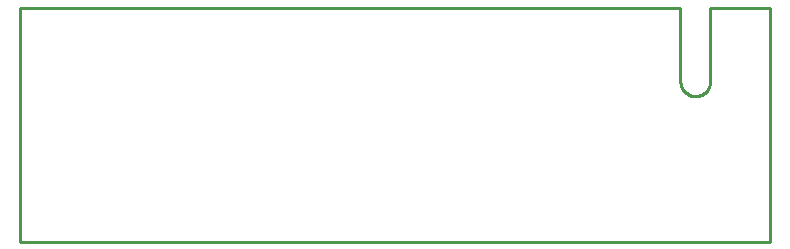
<source format=gko>
G04 EAGLE Gerber RS-274X export*
G75*
%MOMM*%
%FSLAX34Y34*%
%LPD*%
%INBoard Outline*%
%IPPOS*%
%AMOC8*
5,1,8,0,0,1.08239X$1,22.5*%
G01*
%ADD10C,0.152400*%
%ADD11C,0.254000*%


D10*
X0Y67310D02*
X635000Y67310D01*
X635000Y265430D01*
X584200Y265430D01*
X584200Y203200D01*
X584196Y202893D01*
X584185Y202586D01*
X584167Y202280D01*
X584141Y201974D01*
X584107Y201669D01*
X584067Y201365D01*
X584019Y201062D01*
X583963Y200760D01*
X583901Y200460D01*
X583831Y200161D01*
X583754Y199864D01*
X583670Y199568D01*
X583578Y199275D01*
X583480Y198985D01*
X583375Y198697D01*
X583262Y198411D01*
X583143Y198128D01*
X583017Y197848D01*
X582885Y197571D01*
X582745Y197298D01*
X582599Y197028D01*
X582447Y196762D01*
X582288Y196499D01*
X582123Y196240D01*
X581952Y195986D01*
X581775Y195735D01*
X581591Y195489D01*
X581402Y195247D01*
X581207Y195011D01*
X581006Y194778D01*
X580800Y194551D01*
X580588Y194329D01*
X580371Y194112D01*
X580149Y193900D01*
X579922Y193694D01*
X579689Y193493D01*
X579453Y193298D01*
X579211Y193109D01*
X578965Y192925D01*
X578714Y192748D01*
X578460Y192577D01*
X578201Y192412D01*
X577938Y192253D01*
X577672Y192101D01*
X577402Y191955D01*
X577129Y191815D01*
X576852Y191683D01*
X576572Y191557D01*
X576289Y191438D01*
X576003Y191325D01*
X575715Y191220D01*
X575425Y191122D01*
X575132Y191030D01*
X574836Y190946D01*
X574539Y190869D01*
X574240Y190799D01*
X573940Y190737D01*
X573638Y190681D01*
X573335Y190633D01*
X573031Y190593D01*
X572726Y190559D01*
X572420Y190533D01*
X572114Y190515D01*
X571807Y190504D01*
X571500Y190500D01*
X571193Y190504D01*
X570886Y190515D01*
X570580Y190533D01*
X570274Y190559D01*
X569969Y190593D01*
X569665Y190633D01*
X569362Y190681D01*
X569060Y190737D01*
X568760Y190799D01*
X568461Y190869D01*
X568164Y190946D01*
X567868Y191030D01*
X567575Y191122D01*
X567285Y191220D01*
X566997Y191325D01*
X566711Y191438D01*
X566428Y191557D01*
X566148Y191683D01*
X565871Y191815D01*
X565598Y191955D01*
X565328Y192101D01*
X565062Y192253D01*
X564799Y192412D01*
X564540Y192577D01*
X564286Y192748D01*
X564035Y192925D01*
X563789Y193109D01*
X563547Y193298D01*
X563311Y193493D01*
X563078Y193694D01*
X562851Y193900D01*
X562629Y194112D01*
X562412Y194329D01*
X562200Y194551D01*
X561994Y194778D01*
X561793Y195011D01*
X561598Y195247D01*
X561409Y195489D01*
X561225Y195735D01*
X561048Y195986D01*
X560877Y196240D01*
X560712Y196499D01*
X560553Y196762D01*
X560401Y197028D01*
X560255Y197298D01*
X560115Y197571D01*
X559983Y197848D01*
X559857Y198128D01*
X559738Y198411D01*
X559625Y198697D01*
X559520Y198985D01*
X559422Y199275D01*
X559330Y199568D01*
X559246Y199864D01*
X559169Y200161D01*
X559099Y200460D01*
X559037Y200760D01*
X558981Y201062D01*
X558933Y201365D01*
X558893Y201669D01*
X558859Y201974D01*
X558833Y202280D01*
X558815Y202586D01*
X558804Y202893D01*
X558800Y203200D01*
X558800Y265430D01*
X0Y265430D01*
X0Y67310D01*
D11*
X0Y67310D02*
X635000Y67310D01*
X635000Y265430D01*
X584200Y265430D01*
X584200Y203200D01*
X584152Y202093D01*
X584007Y200995D01*
X583767Y199913D01*
X583434Y198856D01*
X583010Y197833D01*
X582499Y196850D01*
X581903Y195916D01*
X581229Y195037D01*
X580480Y194220D01*
X579663Y193471D01*
X578784Y192797D01*
X577850Y192201D01*
X576867Y191690D01*
X575844Y191266D01*
X574787Y190933D01*
X573705Y190693D01*
X572607Y190548D01*
X571500Y190500D01*
X570393Y190548D01*
X569295Y190693D01*
X568213Y190933D01*
X567156Y191266D01*
X566133Y191690D01*
X565150Y192201D01*
X564216Y192797D01*
X563337Y193471D01*
X562520Y194220D01*
X561771Y195037D01*
X561097Y195916D01*
X560501Y196850D01*
X559990Y197833D01*
X559566Y198856D01*
X559233Y199913D01*
X558993Y200995D01*
X558848Y202093D01*
X558800Y203200D01*
X558800Y265430D01*
X0Y265430D01*
X0Y67310D01*
M02*

</source>
